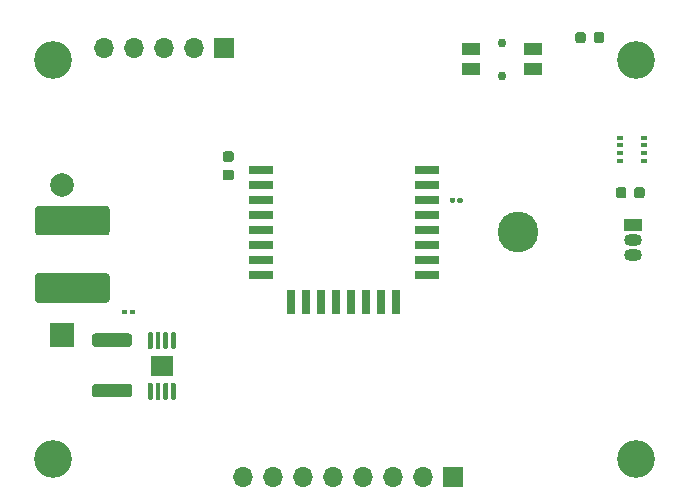
<source format=gbr>
%TF.GenerationSoftware,KiCad,Pcbnew,(5.1.8)-1*%
%TF.CreationDate,2020-12-21T16:49:44+02:00*%
%TF.ProjectId,Thermometer,54686572-6d6f-46d6-9574-65722e6b6963,rev?*%
%TF.SameCoordinates,Original*%
%TF.FileFunction,Soldermask,Top*%
%TF.FilePolarity,Negative*%
%FSLAX46Y46*%
G04 Gerber Fmt 4.6, Leading zero omitted, Abs format (unit mm)*
G04 Created by KiCad (PCBNEW (5.1.8)-1) date 2020-12-21 16:49:44*
%MOMM*%
%LPD*%
G01*
G04 APERTURE LIST*
%ADD10C,3.200000*%
%ADD11R,2.000000X0.700000*%
%ADD12R,0.700000X2.000000*%
%ADD13O,1.500000X1.050000*%
%ADD14R,1.500000X1.050000*%
%ADD15R,0.500000X0.350000*%
%ADD16R,1.880000X1.680000*%
%ADD17R,2.000000X2.000000*%
%ADD18C,2.000000*%
%ADD19C,3.450000*%
%ADD20R,1.700000X1.700000*%
%ADD21O,1.700000X1.700000*%
%ADD22R,1.550000X1.000000*%
%ADD23C,0.750000*%
G04 APERTURE END LIST*
D10*
%TO.C,REF\u002A\u002A*%
X34671000Y-166370000D03*
%TD*%
%TO.C,REF\u002A\u002A*%
X34671000Y-132588000D03*
%TD*%
%TO.C,REF\u002A\u002A*%
X84074000Y-132588000D03*
%TD*%
%TO.C,REF\u002A\u002A*%
X84074000Y-166370000D03*
%TD*%
%TO.C,C1*%
G36*
G01*
X49780000Y-141216500D02*
X49280000Y-141216500D01*
G75*
G02*
X49055000Y-140991500I0J225000D01*
G01*
X49055000Y-140541500D01*
G75*
G02*
X49280000Y-140316500I225000J0D01*
G01*
X49780000Y-140316500D01*
G75*
G02*
X50005000Y-140541500I0J-225000D01*
G01*
X50005000Y-140991500D01*
G75*
G02*
X49780000Y-141216500I-225000J0D01*
G01*
G37*
G36*
G01*
X49780000Y-142766500D02*
X49280000Y-142766500D01*
G75*
G02*
X49055000Y-142541500I0J225000D01*
G01*
X49055000Y-142091500D01*
G75*
G02*
X49280000Y-141866500I225000J0D01*
G01*
X49780000Y-141866500D01*
G75*
G02*
X50005000Y-142091500I0J-225000D01*
G01*
X50005000Y-142541500D01*
G75*
G02*
X49780000Y-142766500I-225000J0D01*
G01*
G37*
%TD*%
%TO.C,C2*%
G36*
G01*
X84791000Y-143577500D02*
X84791000Y-144077500D01*
G75*
G02*
X84566000Y-144302500I-225000J0D01*
G01*
X84116000Y-144302500D01*
G75*
G02*
X83891000Y-144077500I0J225000D01*
G01*
X83891000Y-143577500D01*
G75*
G02*
X84116000Y-143352500I225000J0D01*
G01*
X84566000Y-143352500D01*
G75*
G02*
X84791000Y-143577500I0J-225000D01*
G01*
G37*
G36*
G01*
X83241000Y-143577500D02*
X83241000Y-144077500D01*
G75*
G02*
X83016000Y-144302500I-225000J0D01*
G01*
X82566000Y-144302500D01*
G75*
G02*
X82341000Y-144077500I0J225000D01*
G01*
X82341000Y-143577500D01*
G75*
G02*
X82566000Y-143352500I225000J0D01*
G01*
X83016000Y-143352500D01*
G75*
G02*
X83241000Y-143577500I0J-225000D01*
G01*
G37*
%TD*%
%TO.C,C3*%
G36*
G01*
X39222000Y-153134500D02*
X33422000Y-153134500D01*
G75*
G02*
X33172000Y-152884500I0J250000D01*
G01*
X33172000Y-150884500D01*
G75*
G02*
X33422000Y-150634500I250000J0D01*
G01*
X39222000Y-150634500D01*
G75*
G02*
X39472000Y-150884500I0J-250000D01*
G01*
X39472000Y-152884500D01*
G75*
G02*
X39222000Y-153134500I-250000J0D01*
G01*
G37*
G36*
G01*
X39222000Y-147434500D02*
X33422000Y-147434500D01*
G75*
G02*
X33172000Y-147184500I0J250000D01*
G01*
X33172000Y-145184500D01*
G75*
G02*
X33422000Y-144934500I250000J0D01*
G01*
X39222000Y-144934500D01*
G75*
G02*
X39472000Y-145184500I0J-250000D01*
G01*
X39472000Y-147184500D01*
G75*
G02*
X39222000Y-147434500I-250000J0D01*
G01*
G37*
%TD*%
%TO.C,R1*%
G36*
G01*
X68286500Y-144562500D02*
X68286500Y-144362500D01*
G75*
G02*
X68386500Y-144262500I100000J0D01*
G01*
X68646500Y-144262500D01*
G75*
G02*
X68746500Y-144362500I0J-100000D01*
G01*
X68746500Y-144562500D01*
G75*
G02*
X68646500Y-144662500I-100000J0D01*
G01*
X68386500Y-144662500D01*
G75*
G02*
X68286500Y-144562500I0J100000D01*
G01*
G37*
G36*
G01*
X68926500Y-144562500D02*
X68926500Y-144362500D01*
G75*
G02*
X69026500Y-144262500I100000J0D01*
G01*
X69286500Y-144262500D01*
G75*
G02*
X69386500Y-144362500I0J-100000D01*
G01*
X69386500Y-144562500D01*
G75*
G02*
X69286500Y-144662500I-100000J0D01*
G01*
X69026500Y-144662500D01*
G75*
G02*
X68926500Y-144562500I0J100000D01*
G01*
G37*
%TD*%
%TO.C,R2*%
G36*
G01*
X40994500Y-153824000D02*
X40994500Y-154024000D01*
G75*
G02*
X40894500Y-154124000I-100000J0D01*
G01*
X40634500Y-154124000D01*
G75*
G02*
X40534500Y-154024000I0J100000D01*
G01*
X40534500Y-153824000D01*
G75*
G02*
X40634500Y-153724000I100000J0D01*
G01*
X40894500Y-153724000D01*
G75*
G02*
X40994500Y-153824000I0J-100000D01*
G01*
G37*
G36*
G01*
X41634500Y-153824000D02*
X41634500Y-154024000D01*
G75*
G02*
X41534500Y-154124000I-100000J0D01*
G01*
X41274500Y-154124000D01*
G75*
G02*
X41174500Y-154024000I0J100000D01*
G01*
X41174500Y-153824000D01*
G75*
G02*
X41274500Y-153724000I100000J0D01*
G01*
X41534500Y-153724000D01*
G75*
G02*
X41634500Y-153824000I0J-100000D01*
G01*
G37*
%TD*%
D11*
%TO.C,U1*%
X66359000Y-150781500D03*
X66359000Y-149511500D03*
X66359000Y-148241500D03*
X66359000Y-146971500D03*
X66359000Y-145701500D03*
X66359000Y-144431500D03*
X66359000Y-143161500D03*
X66359000Y-141891500D03*
D12*
X54849000Y-153041500D03*
X56119000Y-153041500D03*
X57389000Y-153041500D03*
X58659000Y-153041500D03*
X59929000Y-153041500D03*
X61199000Y-153041500D03*
X62469000Y-153041500D03*
X63739000Y-153041500D03*
D11*
X52259000Y-141891500D03*
X52259000Y-143161500D03*
X52259000Y-144431500D03*
X52259000Y-145701500D03*
X52259000Y-146971500D03*
X52259000Y-148241500D03*
X52259000Y-149511500D03*
X52259000Y-150781500D03*
%TD*%
D13*
%TO.C,U2*%
X83820000Y-147828000D03*
X83820000Y-149098000D03*
D14*
X83820000Y-146558000D03*
%TD*%
D15*
%TO.C,U3*%
X82668000Y-139169500D03*
X82668000Y-139819500D03*
X82668000Y-140469500D03*
X82668000Y-141119500D03*
X84718000Y-141119500D03*
X84718000Y-140469500D03*
X84718000Y-139819500D03*
X84718000Y-139169500D03*
%TD*%
%TO.C,U4*%
G36*
G01*
X43026000Y-161362000D02*
X42826000Y-161362000D01*
G75*
G02*
X42726000Y-161262000I0J100000D01*
G01*
X42726000Y-160012000D01*
G75*
G02*
X42826000Y-159912000I100000J0D01*
G01*
X43026000Y-159912000D01*
G75*
G02*
X43126000Y-160012000I0J-100000D01*
G01*
X43126000Y-161262000D01*
G75*
G02*
X43026000Y-161362000I-100000J0D01*
G01*
G37*
G36*
G01*
X43676000Y-161362000D02*
X43476000Y-161362000D01*
G75*
G02*
X43376000Y-161262000I0J100000D01*
G01*
X43376000Y-160012000D01*
G75*
G02*
X43476000Y-159912000I100000J0D01*
G01*
X43676000Y-159912000D01*
G75*
G02*
X43776000Y-160012000I0J-100000D01*
G01*
X43776000Y-161262000D01*
G75*
G02*
X43676000Y-161362000I-100000J0D01*
G01*
G37*
G36*
G01*
X44326000Y-161362000D02*
X44126000Y-161362000D01*
G75*
G02*
X44026000Y-161262000I0J100000D01*
G01*
X44026000Y-160012000D01*
G75*
G02*
X44126000Y-159912000I100000J0D01*
G01*
X44326000Y-159912000D01*
G75*
G02*
X44426000Y-160012000I0J-100000D01*
G01*
X44426000Y-161262000D01*
G75*
G02*
X44326000Y-161362000I-100000J0D01*
G01*
G37*
G36*
G01*
X44976000Y-161362000D02*
X44776000Y-161362000D01*
G75*
G02*
X44676000Y-161262000I0J100000D01*
G01*
X44676000Y-160012000D01*
G75*
G02*
X44776000Y-159912000I100000J0D01*
G01*
X44976000Y-159912000D01*
G75*
G02*
X45076000Y-160012000I0J-100000D01*
G01*
X45076000Y-161262000D01*
G75*
G02*
X44976000Y-161362000I-100000J0D01*
G01*
G37*
G36*
G01*
X44976000Y-157062000D02*
X44776000Y-157062000D01*
G75*
G02*
X44676000Y-156962000I0J100000D01*
G01*
X44676000Y-155712000D01*
G75*
G02*
X44776000Y-155612000I100000J0D01*
G01*
X44976000Y-155612000D01*
G75*
G02*
X45076000Y-155712000I0J-100000D01*
G01*
X45076000Y-156962000D01*
G75*
G02*
X44976000Y-157062000I-100000J0D01*
G01*
G37*
G36*
G01*
X44326000Y-157062000D02*
X44126000Y-157062000D01*
G75*
G02*
X44026000Y-156962000I0J100000D01*
G01*
X44026000Y-155712000D01*
G75*
G02*
X44126000Y-155612000I100000J0D01*
G01*
X44326000Y-155612000D01*
G75*
G02*
X44426000Y-155712000I0J-100000D01*
G01*
X44426000Y-156962000D01*
G75*
G02*
X44326000Y-157062000I-100000J0D01*
G01*
G37*
G36*
G01*
X43676000Y-157062000D02*
X43476000Y-157062000D01*
G75*
G02*
X43376000Y-156962000I0J100000D01*
G01*
X43376000Y-155712000D01*
G75*
G02*
X43476000Y-155612000I100000J0D01*
G01*
X43676000Y-155612000D01*
G75*
G02*
X43776000Y-155712000I0J-100000D01*
G01*
X43776000Y-156962000D01*
G75*
G02*
X43676000Y-157062000I-100000J0D01*
G01*
G37*
G36*
G01*
X43026000Y-157062000D02*
X42826000Y-157062000D01*
G75*
G02*
X42726000Y-156962000I0J100000D01*
G01*
X42726000Y-155712000D01*
G75*
G02*
X42826000Y-155612000I100000J0D01*
G01*
X43026000Y-155612000D01*
G75*
G02*
X43126000Y-155712000I0J-100000D01*
G01*
X43126000Y-156962000D01*
G75*
G02*
X43026000Y-157062000I-100000J0D01*
G01*
G37*
D16*
X43901000Y-158487000D03*
%TD*%
D17*
%TO.C,BT1*%
X35433000Y-155829000D03*
D18*
X35433000Y-143129000D03*
D19*
X74043000Y-147129000D03*
%TD*%
%TO.C,D1*%
G36*
G01*
X78912000Y-130939250D02*
X78912000Y-130426750D01*
G75*
G02*
X79130750Y-130208000I218750J0D01*
G01*
X79568250Y-130208000D01*
G75*
G02*
X79787000Y-130426750I0J-218750D01*
G01*
X79787000Y-130939250D01*
G75*
G02*
X79568250Y-131158000I-218750J0D01*
G01*
X79130750Y-131158000D01*
G75*
G02*
X78912000Y-130939250I0J218750D01*
G01*
G37*
G36*
G01*
X80487000Y-130939250D02*
X80487000Y-130426750D01*
G75*
G02*
X80705750Y-130208000I218750J0D01*
G01*
X81143250Y-130208000D01*
G75*
G02*
X81362000Y-130426750I0J-218750D01*
G01*
X81362000Y-130939250D01*
G75*
G02*
X81143250Y-131158000I-218750J0D01*
G01*
X80705750Y-131158000D01*
G75*
G02*
X80487000Y-130939250I0J218750D01*
G01*
G37*
%TD*%
D20*
%TO.C,J1*%
X49149000Y-131572000D03*
D21*
X46609000Y-131572000D03*
X44069000Y-131572000D03*
X41529000Y-131572000D03*
X38989000Y-131572000D03*
%TD*%
D20*
%TO.C,J2*%
X68580000Y-167894000D03*
D21*
X66040000Y-167894000D03*
X63500000Y-167894000D03*
X60960000Y-167894000D03*
X58420000Y-167894000D03*
X55880000Y-167894000D03*
X53340000Y-167894000D03*
X50800000Y-167894000D03*
%TD*%
%TO.C,L1*%
G36*
G01*
X41137503Y-161132500D02*
X38237497Y-161132500D01*
G75*
G02*
X37987500Y-160882503I0J249997D01*
G01*
X37987500Y-160257497D01*
G75*
G02*
X38237497Y-160007500I249997J0D01*
G01*
X41137503Y-160007500D01*
G75*
G02*
X41387500Y-160257497I0J-249997D01*
G01*
X41387500Y-160882503D01*
G75*
G02*
X41137503Y-161132500I-249997J0D01*
G01*
G37*
G36*
G01*
X41137503Y-156857500D02*
X38237497Y-156857500D01*
G75*
G02*
X37987500Y-156607503I0J249997D01*
G01*
X37987500Y-155982497D01*
G75*
G02*
X38237497Y-155732500I249997J0D01*
G01*
X41137503Y-155732500D01*
G75*
G02*
X41387500Y-155982497I0J-249997D01*
G01*
X41387500Y-156607503D01*
G75*
G02*
X41137503Y-156857500I-249997J0D01*
G01*
G37*
%TD*%
D22*
%TO.C,SW1*%
X75332500Y-133374500D03*
X70082500Y-133374500D03*
X70082500Y-131674500D03*
X75332500Y-131674500D03*
D23*
X72707500Y-133899500D03*
X72707500Y-131149500D03*
%TD*%
M02*

</source>
